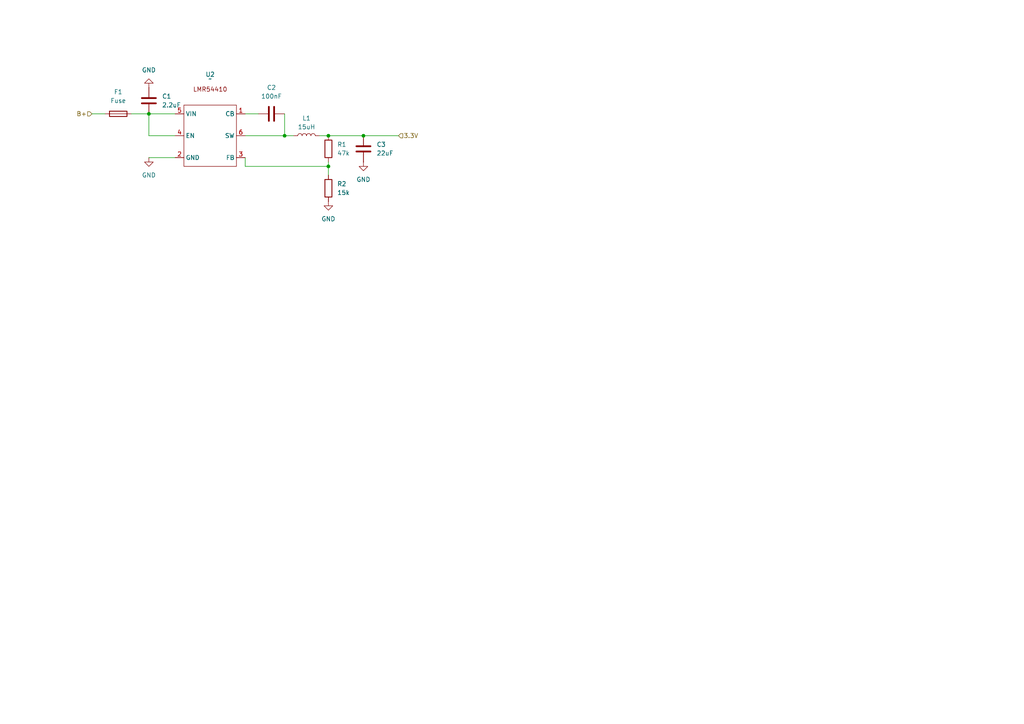
<source format=kicad_sch>
(kicad_sch (version 20231120) (generator "eeschema") (generator_version "8.0")
  (paper "A4")
  (lib_symbols
    (symbol "Device:C" (pin_numbers hide) (pin_names (offset 0.254))
      (property "Reference" "C" (at 0.635 2.54 0))
      (property "Value" "C" (at 0.635 -2.54 0))
      (symbol "C_0_1"
        (polyline (pts (xy -2.032 -0.762) (xy 2.032 -0.762)) (stroke (width 0.508)))
        (polyline (pts (xy -2.032 0.762) (xy 2.032 0.762)) (stroke (width 0.508)))
      )
      (symbol "C_1_1"
        (pin passive line (at 0 3.81 270) (length 2.794) (name "~") (number "1"))
        (pin passive line (at 0 -3.81 90) (length 2.794) (name "~") (number "2"))
      )
    )
    (symbol "Device:Fuse" (pin_numbers hide) (pin_names (offset 0))
      (property "Reference" "F" (at 2.032 0 90))
      (property "Value" "Fuse" (at -1.905 0 90))
      (symbol "Fuse_0_1"
        (rectangle (start -0.762 -2.54) (end 0.762 2.54) (stroke (width 0.254)))
        (polyline (pts (xy 0 2.54) (xy 0 -2.54)))
      )
      (symbol "Fuse_1_1"
        (pin passive line (at 0 3.81 270) (length 1.27) (name "~") (number "1"))
        (pin passive line (at 0 -3.81 90) (length 1.27) (name "~") (number "2"))
      )
    )
    (symbol "Device:L" (pin_numbers hide) (pin_names (offset 1.016) hide)
      (property "Reference" "L" (at -1.27 0 90))
      (property "Value" "L" (at 1.905 0 90))
      (symbol "L_0_1"
        (arc (start 0 -2.54) (mid 0.6323 -1.905) (end 0 -1.27))
        (arc (start 0 -1.27) (mid 0.6323 -0.635) (end 0 0))
        (arc (start 0 0) (mid 0.6323 0.635) (end 0 1.27))
        (arc (start 0 1.27) (mid 0.6323 1.905) (end 0 2.54))
      )
      (symbol "L_1_1"
        (pin passive line (at 0 3.81 270) (length 1.27) (name "1") (number "1"))
        (pin passive line (at 0 -3.81 90) (length 1.27) (name "2") (number "2"))
      )
    )
    (symbol "Device:R" (pin_numbers hide) (pin_names (offset 0))
      (property "Reference" "R" (at 2.032 0 90))
      (property "Value" "R" (at 0 0 90))
      (symbol "R_0_1"
        (rectangle (start -1.016 -2.54) (end 1.016 2.54) (stroke (width 0.254)))
      )
      (symbol "R_1_1"
        (pin passive line (at 0 3.81 270) (length 1.27) (name "~") (number "1"))
        (pin passive line (at 0 -3.81 90) (length 1.27) (name "~") (number "2"))
      )
    )
    (symbol "MyKicadLib:LMR54410"
      (property "Reference" "U" (at 3.81 5.588 0))
      (symbol "LMR54410_0_0"
        (pin unspecified line (at 13.97 1.27 180) (length 2.54) (name "CB") (number "1"))
        (pin bidirectional line (at -6.35 -11.43 0) (length 2.54) (name "GND") (number "2"))
        (pin unspecified line (at 13.97 -11.43 180) (length 2.54) (name "FB") (number "3"))
        (pin unspecified line (at -6.35 -5.08 0) (length 2.54) (name "EN") (number "4"))
        (pin input line (at -6.35 1.27 0) (length 2.54) (name "VIN") (number "5"))
        (pin unspecified line (at 13.97 -5.08 180) (length 2.54) (name "SW") (number "6"))
      )
      (symbol "LMR54410_0_1"
        (rectangle (start -3.81 3.81) (end 11.43 -13.97))
      )
      (symbol "LMR54410_1_1"
        (text "LMR54410" (at 3.81 8.382 0) (effects (font (size 1.27 1.27))))
      )
    )
    (symbol "power:GND" (power) (pin_numbers hide) (pin_names (offset 0) hide)
      (property "Value" "GND" (at 0 -3.81 0))
      (symbol "GND_0_1"
        (polyline (pts (xy 0 0) (xy 0 -1.27) (xy 1.27 -1.27) (xy 0 -2.54) (xy -1.27 -1.27) (xy 0 -1.27)))
      )
      (symbol "GND_1_1"
        (pin power_in line (at 0 0 270) (length 0) (name "~") (number "1"))
      )
    )
  )
  (junction (at 43.18 33.02))
  (junction (at 95.25 48.26))
  (junction (at 82.55 39.37))
  (junction (at 105.41 39.37))
  (junction (at 95.25 39.37))
  (wire (pts (xy 85.09 39.37) (xy 82.55 39.37)))
  (wire (pts (xy 95.25 50.8) (xy 95.25 48.26)))
  (wire (pts (xy 92.71 39.37) (xy 95.25 39.37)))
  (wire (pts (xy 82.55 33.02) (xy 82.55 39.37)))
  (wire (pts (xy 71.12 48.26) (xy 71.12 45.72)))
  (wire (pts (xy 43.18 45.72) (xy 50.8 45.72)))
  (wire (pts (xy 43.18 33.02) (xy 50.8 33.02)))
  (wire (pts (xy 95.25 48.26) (xy 71.12 48.26)))
  (wire (pts (xy 38.1 33.02) (xy 43.18 33.02)))
  (wire (pts (xy 95.25 48.26) (xy 95.25 46.99)))
  (wire (pts (xy 71.12 33.02) (xy 74.93 33.02)))
  (wire (pts (xy 115.57 39.37) (xy 105.41 39.37)))
  (wire (pts (xy 82.55 39.37) (xy 71.12 39.37)))
  (wire (pts (xy 26.67 33.02) (xy 30.48 33.02)))
  (wire (pts (xy 50.8 39.37) (xy 43.18 39.37)))
  (wire (pts (xy 43.18 39.37) (xy 43.18 33.02)))
  (wire (pts (xy 95.25 39.37) (xy 105.41 39.37)))
  (hierarchical_label "B+" (shape input) (at 26.67 33.02 180))
  (hierarchical_label "3.3V" (shape input) (at 115.57 39.37 0))
  (symbol (lib_id "Device:R") (at 95.25 43.18 0) (unit 1)
    (property "Reference" "R1" (at 97.79 41.9099 0) (effects (justify left)))
    (property "Value" "47k" (at 97.79 44.4499 0) (effects (justify left)))
    (property "Description" "Resistor" (effects (hide yes)))
  )
  (symbol (lib_id "power:GND") (at 43.18 45.72 0) (unit 1)
    (property "Reference" "#PWR02" (effects (hide yes)))
    (property "Value" "GND" (at 43.18 50.8 0))
    (property "Description" "Power symbol creates a global label with name \"GND\" , ground" (effects (hide yes)))
  )
  (symbol (lib_id "power:GND") (at 43.18 25.4 180) (unit 1)
    (property "Reference" "#PWR01" (effects (hide yes)))
    (property "Value" "GND" (at 43.18 20.32 0))
    (property "Description" "Power symbol creates a global label with name \"GND\" , ground" (effects (hide yes)))
  )
  (symbol (lib_id "MyKicadLib:LMR54410") (at 57.15 34.29 0) (unit 1)
    (property "Reference" "U2" (at 60.96 21.59 0))
    (property "Value" "~" (at 60.96 22.86 0))
    (property "Footprint" "Package_TO_SOT_SMD:SOT-23-6_Handsoldering" (effects (hide yes)))
  )
  (symbol (lib_id "Device:C") (at 78.74 33.02 90) (unit 1)
    (property "Reference" "C2" (at 78.74 25.4 90))
    (property "Value" "100nF" (at 78.74 27.94 90))
    (property "Description" "Unpolarized capacitor" (effects (hide yes)))
  )
  (symbol (lib_id "power:GND") (at 105.41 46.99 0) (unit 1)
    (property "Reference" "#PWR04" (effects (hide yes)))
    (property "Value" "GND" (at 105.41 52.07 0))
    (property "Description" "Power symbol creates a global label with name \"GND\" , ground" (effects (hide yes)))
  )
  (symbol (lib_id "Device:C") (at 43.18 29.21 0) (unit 1)
    (property "Reference" "C1" (at 46.99 27.9399 0) (effects (justify left)))
    (property "Value" "2.2uF" (at 46.99 30.4799 0) (effects (justify left)))
    (property "Description" "Unpolarized capacitor" (effects (hide yes)))
  )
  (symbol (lib_id "Device:C") (at 105.41 43.18 0) (unit 1)
    (property "Reference" "C3" (at 109.22 41.9099 0) (effects (justify left)))
    (property "Value" "22uF" (at 109.22 44.4499 0) (effects (justify left)))
    (property "Description" "Unpolarized capacitor" (effects (hide yes)))
  )
  (symbol (lib_id "Device:L") (at 88.9 39.37 90) (unit 1)
    (property "Reference" "L1" (at 88.9 34.29 90))
    (property "Value" "15uH" (at 88.9 36.83 90))
    (property "Description" "Inductor" (effects (hide yes)))
  )
  (symbol (lib_id "power:GND") (at 95.25 58.42 0) (unit 1)
    (property "Reference" "#PWR03" (effects (hide yes)))
    (property "Value" "GND" (at 95.25 63.5 0))
    (property "Description" "Power symbol creates a global label with name \"GND\" , ground" (effects (hide yes)))
  )
  (symbol (lib_id "Device:Fuse") (at 34.29 33.02 90) (unit 1)
    (property "Reference" "F1" (at 34.29 26.67 90))
    (property "Value" "Fuse" (at 34.29 29.21 90))
    (property "Description" "Fuse" (effects (hide yes)))
  )
  (symbol (lib_id "Device:R") (at 95.25 54.61 0) (unit 1)
    (property "Reference" "R2" (at 97.79 53.3399 0) (effects (justify left)))
    (property "Value" "15k" (at 97.79 55.8799 0) (effects (justify left)))
    (property "Description" "Resistor" (effects (hide yes)))
  )
)
</source>
